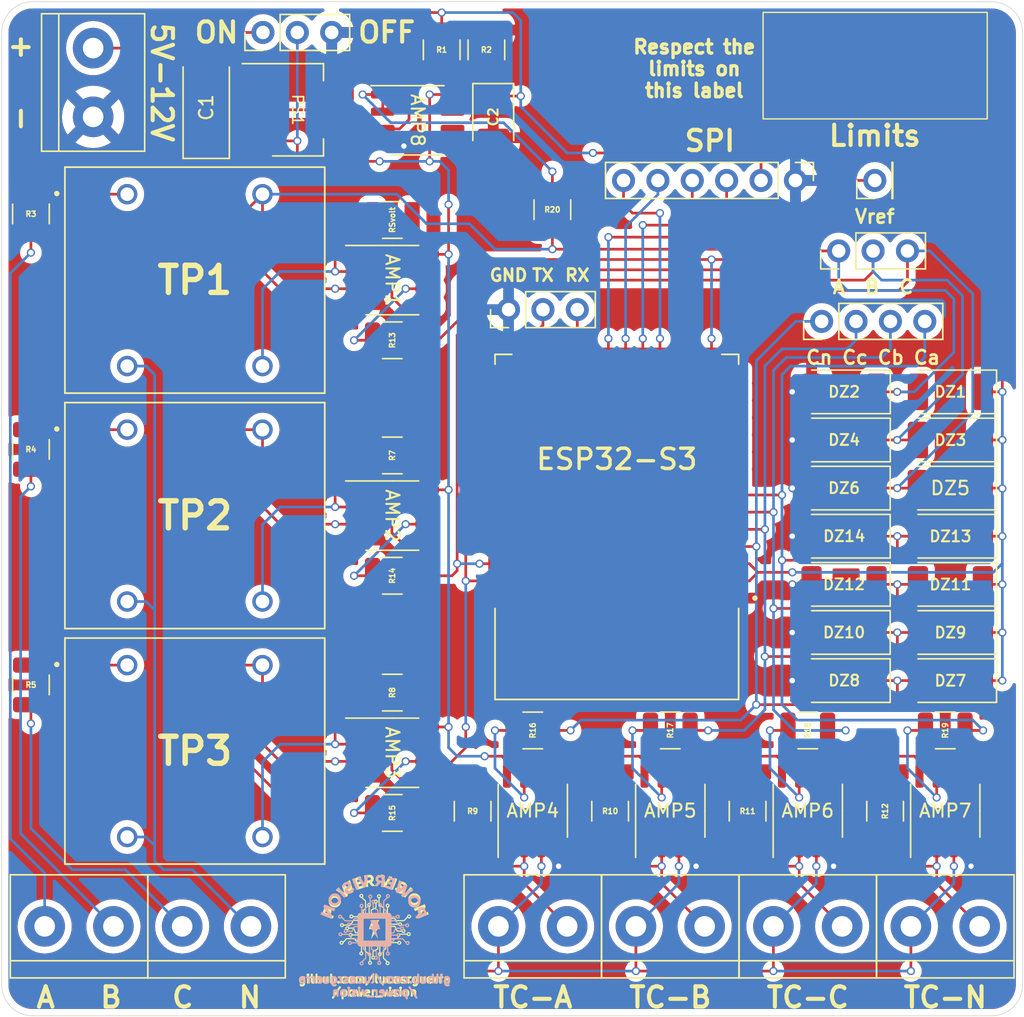
<source format=kicad_pcb>
(kicad_pcb (version 20221018) (generator pcbnew)
  (title_block (title "Power Vision V4.0 PCI") (date "26/06/2024") (rev "1.0") (company "linkedin.com/in/lucasrguerra") (comment 1 "github.com/lucasrguerra/power_vision"))
  (layers (0 "F.Cu" signal) (31 "B.Cu" signal) (34 "B.Paste" user) (35 "F.Paste" user) (36 "B.SilkS" user "B.Silkscreen") (37 "F.SilkS" user "F.Silkscreen") (38 "B.Mask" user) (39 "F.Mask" user) (44 "Edge.Cuts" user))
  (net 0 "")
  (net 1 "Line B")
  (net 2 "Line A")
  (net 3 "Neutral")
  (net 4 "Line C")
  (net 5 "Net-(R3-Pad1)")
  (net 6 "Net-(R4-Pad1)")
  (net 7 "Net-(R5-Pad1)")
  (net 8 "Vcc")
  (net 9 "GND")
  (net 10 "Current A")
  (net 11 "Current B")
  (net 12 "Current C")
  (net 13 "Current N")
  (net 14 "TC A-2")
  (net 15 "TC A-1")
  (net 16 "TP A-1")
  (net 17 "TP C-1")
  (net 18 "TP B-1")
  (net 19 "V1.65")
  (net 22 "TC B-2")
  (net 24 "Wave A")
  (net 25 "Wave B")
  (net 26 "Wave C")
  (net 27 "CS")
  (net 28 "MOSI")
  (net 44 "CLK")
  (net 46 "MISO")
  (net 50 "TC N-2")
  (net 51 "UART TX")
  (net 52 "UART RX")
  (net 54 "Vin")
  (net 55 "TC C-2")
  (net 56 "Net-(AMP1B-+)")
  (net 57 "Net-(AMP1B--)")
  (net 58 "Net-(AMP2B-+)")
  (net 59 "Net-(AMP2B--)")
  (net 60 "Net-(AMP3B-+)")
  (net 61 "Net-(AMP3B--)")
  (net 62 "Net-(AMP4B-+)")
  (net 63 "Net-(AMP4B--)")
  (net 64 "Net-(AMP5B-+)")
  (net 65 "Net-(AMP5B--)")
  (net 66 "Net-(AMP6B-+)")
  (net 67 "Net-(AMP6B--)")
  (net 68 "Net-(AMP7B-+)")
  (net 69 "Net-(AMP7B--)")
  (net 79 "5V-12V")
  (net 80 "Net-(AMP8A--)")
  (footprint "Package_SO:SO-8_3.9x4.9mm_P1.27mm" (layer "F.Cu") (at 134.7826 101.9556)
    (fp_text reference "AMP3" hide)
    (fp_text value "TL082" hide)
  )
  (footprint "Diode_SMD:D_MELF" (layer "F.Cu") (at 168.1616 85.9536 180)
    (fp_text reference "DZ14" hide)
    (fp_text value "3.3V" hide)
  )
  (footprint "Resistor_SMD:R_1210_3225Metric" (layer "F.Cu") (at 140.7166 106.2736 -90)
    (fp_text reference "R9" hide)
    (fp_text value "Rcurr" hide)
  )
  (footprint "Package_SO:SO-8_3.9x4.9mm_P1.27mm" (layer "F.Cu") (at 136.6526 55.2196)
    (fp_text reference "AMP8" hide)
    (fp_text value "TL082" hide)
  )
  (footprint "Diode_SMD:D_MELF" (layer "F.Cu") (at 168.1666 75.2856 180)
    (fp_text reference "DZ2" hide)
    (fp_text value "3.3V" hide)
  )
  (footprint "SnapEDA Library:XFMR_ZMPT101B" (layer "F.Cu") (at 120.1896 84.4296)
    (fp_text reference "TP2" hide)
    (fp_text value "ZMPT101B" hide)
  )
  (footprint "Resistor_SMD:R_1210_3225Metric" (layer "F.Cu") (at 134.7826 79.9846)
    (fp_text reference "R7" hide)
    (fp_text value "RSvolt" hide)
  )
  (footprint "Resistor_SMD:R_1210_3225Metric" (layer "F.Cu") (at 145.1616 100.3046 180)
    (fp_text reference "R16" hide)
    (fp_text value "50Ω" hide)
  )
  (footprint "SnapEDA Library:XCVR_ESP32-S3-WROOM-2-N32R8V" (layer "F.Cu") (at 151.3716 85.2656 180)
    (fp_text reference "MCU1" hide)
    (fp_text value "ESP32-S3-WROOM-1-N16R8" hide)
  )
  (footprint "Package_SO:SO-8_3.9x4.9mm_P1.27mm" (layer "F.Cu") (at 165.4816 106.2386 90)
    (fp_text reference "AMP6" hide)
    (fp_text value "TL082" hide)
  )
  (footprint "Diode_SMD:D_MELF" (layer "F.Cu") (at 176.0226 85.9536 180)
    (fp_text reference "DZ13" hide)
    (fp_text value "3.3V" hide)
  )
  (footprint "Package_SO:SO-8_3.9x4.9mm_P1.27mm" (layer "F.Cu") (at 145.1616 106.2386 90)
    (fp_text reference "AMP4" hide)
    (fp_text value "TL082" hide)
  )
  (footprint "Resistor_SMD:R_1210_3225Metric" (layer "F.Cu") (at 155.3216 100.3046 180)
    (fp_text reference "R17" hide)
    (fp_text value "50Ω" hide)
  )
  (footprint "Diode_SMD:D_MELF" (layer "F.Cu") (at 168.1616 82.3976 180)
    (fp_text reference "DZ6" hide)
    (fp_text value "3.3V" hide)
  )
  (footprint "Diode_SMD:D_MELF" (layer "F.Cu") (at 176.0096 82.3976 180)
    (fp_text reference "DZ5" hide)
    (fp_text value "3.3V" hide)
  )
  (footprint "SnapEDA Library:XFMR_ZMPT101B" (layer "F.Cu") (at 120.1896 67.0306)
    (fp_text reference "TP1" hide)
    (fp_text value "ZMPT101B" hide)
  )
  (footprint "TerminalBlock:TerminalBlock_bornier-2_P5.08mm" (layer "F.Cu") (at 173.1016 114.7826)
    (fp_text reference "J7" hide)
    (fp_text value "KF301-2P" hide)
  )
  (footprint "Resistor_SMD:R_1210_3225Metric" (layer "F.Cu") (at 108.0776 79.5421 -90)
    (fp_text reference "R4" hide)
    (fp_text value "RPvolt" hide)
  )
  (footprint "SnapEDA Library:XFMR_ZMPT101B" (layer "F.Cu") (at 120.1896 101.8286)
    (fp_text reference "TP3" hide)
    (fp_text value "ZMPT101B" hide)
  )
  (footprint "Connector_PinHeader_2.54mm:PinHeader_1x03_P2.54mm_Vertical" (layer "F.Cu") (at 143.3706 69.2096 90)
    (fp_text reference "P1" hide)
    (fp_text value "Pin Header" hide)
  )
  (footprint "Resistor_SMD:R_1210_3225Metric" (layer "F.Cu") (at 141.7326 50.0126 90)
    (fp_text reference "R2" hide)
    (fp_text value "10kΩ" hide)
  )
  (footprint "Resistor_SMD:R_1210_3225Metric" (layer "F.Cu") (at 165.4816 100.3046 180)
    (fp_text reference "R18" hide)
    (fp_text value "50Ω" hide)
  )
  (footprint "Resistor_SMD:R_1210_3225Metric" (layer "F.Cu") (at 161.0366 106.2736 -90)
    (fp_text reference "R11" hide)
    (fp_text value "Rcurr" hide)
  )
  (footprint "Diode_SMD:D_MELF" (layer "F.Cu") (at 176.0226 89.5096 180)
    (fp_text reference "DZ11" hide)
    (fp_text value "3.3V" hide)
  )
  (footprint "Connector_PinHeader_2.54mm:PinHeader_1x03_P2.54mm_Vertical" (layer "F.Cu") (at 125.2226 48.7286 90)
    (fp_text reference "SW1" hide)
    (fp_text value "SS-12D00G 4mm" hide)
  )
  (footprint "Resistor_SMD:R_1210_3225Metric" (layer "F.Cu") (at 134.7826 62.5856)
    (fp_text reference "R6" hide)
    (fp_text value "RSvolt" hide)
  )
  (footprint "Diode_SMD:D_MELF" (layer "F.Cu") (at 176.0226 78.8416 180)
    (fp_text reference "DZ3" hide)
    (fp_text value "3.3V" hide)
  )
  (footprint "Resistor_SMD:R_1210_3225Metric" (layer "F.Cu") (at 150.8766 106.2736 -90)
    (fp_text reference "R10" hide)
    (fp_text value "Rcurr" hide)
  )
  (footprint "Resistor_SMD:R_1210_3225Metric" (layer "F.Cu") (at 108.0776 62.1431 -90)
    (fp_text reference "R3" hide)
    (fp_text value "RPvolt" hide)
  )
  (footprint "Resistor_SMD:R_1210_3225Metric" (layer "F.Cu") (at 171.1966 106.2736 -90)
    (fp_text reference "R12" hide)
    (fp_text value "Rcurr" hide)
  )
  (footprint "Diode_SMD:D_MELF" (layer "F.Cu") (at 168.1616 89.5096 180)
    (fp_text reference "DZ12" hide)
    (fp_text value "3.3V" hide)
  )
  (footprint "Capacitor_Tantalum_SMD:CP_EIA-3528-15_AVX-H" (layer "F.Cu") (at 142.2406 54.9656 -90)
    (fp_text reference "C2" hide)
    (fp_text value "10V 100µF" hide)
  )
  (footprint "TerminalBlock:TerminalBlock_bornier-2_P5.08mm" (layer "F.Cu") (at 142.6216 114.7826)
    (fp_text reference "J4" hide)
    (fp_text value "KF301-2P" hide)
  )
  (footprint "TerminalBlock:TerminalBlock_bornier-2_P5.08mm" (layer "F.Cu") (at 109.0936 114.7826)
    (fp_text reference "J3" hide)
    (fp_text value "KF301-2P" hide)
  )
  (footprint "Resistor_SMD:R_1210_3225Metric" (layer "F.Cu") (at 175.6416 100.3046 180)
    (fp_text reference "R19" hide)
    (fp_text value "50Ω" hide)
  )
  (footprint "Connector_PinHeader_2.54mm:PinHeader_1x03_P2.54mm_Vertical" (layer "F.Cu") (at 167.7676 64.8716 90)
    (fp_text reference "P4" hide)
    (fp_text value "Pin Header" hide)
  )
  (footprint "Resistor_SMD:R_1210_3225Metric" (layer "F.Cu") (at 134.7826 106.4006 180)
    (fp_text reference "R15" hide)
    (fp_text value "50Ω" hide)
  )
  (footprint "Diode_SMD:D_MELF" (layer "F.Cu") (at 176.0226 93.0656 180)
    (fp_text reference "DZ9" hide)
    (fp_text value "3.3V" hide)
  )
  (footprint "Diode_SMD:D_MELF" (layer "F.Cu") (at 176.0226 96.6216 180)
    (fp_text reference "DZ7" hide)
    (fp_text value "3.3V" hide)
  )
  (footprint "LOGO" (layer "F.Cu") (at 133.376 114.0968)
    (fp_text reference "G***" hide)
    (fp_text value "LOGO" hide)
  )
  (footprint "TerminalBlock:TerminalBlock_bornier-2_P5.08mm" (layer "F.Cu") (at 162.9416 114.7826)
    (fp_text reference "J6" hide)
    (fp_text value "KF301-2P" hide)
  )
  (footprint "Resistor_SMD:R_1210_3225Metric" (layer "F.Cu") (at 108.0776 96.9411 -90)
    (fp_text reference "R5" hide)
    (fp_text value "RPvolt" hide)
  )
  (footprint "Connector_PinHeader_2.54mm:PinHeader_1x06_P2.54mm_Vertical" (layer "F.Cu") (at 164.5676 59.6646 -90)
    (fp_text reference "P5" hide)
    (fp_text value "Pin Header" hide)
  )
  (footprint "Diode_SMD:D_MELF" (layer "F.Cu") (at 168.1666 78.8416 180)
    (fp_text reference "DZ4" hide)
    (fp_text value "3.3V" hide)
  )
  (footprint "LOGO" (layer "F.Cu") (at 133.527947 114.084204)
    (fp_text reference "G***" hide)
    (fp_text value "LOGO" hide)
  )
  (footprint "Connector_PinHeader_2.54mm:PinHeader_1x04_P2.54mm_Vertical" (layer "F.Cu") (at 166.5076 70.0786 90)
    (fp_text reference "P3" hide)
    (fp_text value "Pin Header" hide)
  )
  (footprint "Resistor_SMD:R_1210_3225Metric" (layer "F.Cu") (at 134.7826 71.4756 180)
    (fp_text reference "R13" hide)
    (fp_text value "50Ω" hide)
  )
  (footprint "Diode_SMD:D_MELF" (layer "F.Cu") (at 176.0226 75.2856 180)
    (fp_text reference "DZ1" hide)
    (fp_text value "3.3V" hide)
  )
  (footprint "Capacitor_Tantalum_SMD:CP_EIA-6032-20_AVX-F" (layer "F.Cu") (at 121.0316 54.2776 90)
    (fp_text reference "C1" hide)
    (fp_text value "25V 47µF" hide)
  )
  (footprint "Resistor_SMD:R_1210_3225Metric" (layer "F.Cu") (at 134.7826 97.5106)
    (fp_text reference "R8" hide)
    (fp_text value "RSvolt" hide)
  )
  (footprint "TerminalBlock:TerminalBlock_bornier-2_P5.08mm" (layer "F.Cu") (at 119.2536 114.7826)
    (fp_text reference "J2" hide)
    (fp_text value "KF301-2P" hide)
  )
  (footprint "Connector_PinHeader_2.54mm:PinHeader_1x01_P2.54mm_Vertical" (layer "F.Cu") (at 170.4346 59.6646 90)
    (fp_text reference "P2" hide)
    (fp_text value "Pin Header" hide)
  )
  (footprint "Package_TO_SOT_SMD:SOT-223-3_TabPin2" (layer "F.Cu") (at 127.7876 54.4436)
    (fp_text reference "PS1" hide)
    (fp_text value "AMS1117-3.3" hide)
  )
  (footprint "Resistor_SMD:R_1210_3225Metric" (layer "F.Cu") (at 134.7826 88.8746 180)
    (fp_text reference "R14" hide)
    (fp_text value "50Ω" hide)
  )
  (footprint "Diode_SMD:D_MELF" (layer "F.Cu") (at 168.1616 96.6216 180)
    (fp_text reference "DZ8" hide)
    (fp_text value "3.3V" hide)
  )
  (footprint "Diode_SMD:D_MELF" (layer "F.Cu") (at 168.1616 93.0656 180)
    (fp_text reference "DZ10" hide)
    (fp_text value "3.3V" hide)
  )
  (footprint "Resistor_SMD:R_1210_3225Metric" (layer "F.Cu") (at 146.6088 61.8236 90)
    (fp_text reference "R20" hide)
    (fp_text value "50Ω" hide)
  )
  (footprint "Package_SO:SO-8_3.9x4.9mm_P1.27mm" (layer "F.Cu") (at 175.6416 106.2386 90)
    (fp_text reference "AMP7" hide)
    (fp_text value "TL082" hide)
  )
  (footprint "Package_SO:SO-8_3.9x4.9mm_P1.27mm" (layer "F.Cu") (at 155.3216 106.2386 90)
    (fp_text reference "AMP5" hide)
    (fp_text value "TL082" hide)
  )
  (footprint "Resistor_SMD:R_1210_3225Metric" (layer "F.Cu") (at 138.4306 50.0126 -90)
    (fp_text reference "R1" hide)
    (fp_text value "10kΩ" hide)
  )
  (footprint "TerminalBlock:TerminalBlock_bornier-2_P5.08mm" (layer "F.Cu") (at 152.7816 114.7826)
    (fp_text reference "J5" hide)
    (fp_text value "KF301-2P" hide)
  )
  (footprint "TerminalBlock:TerminalBlock_bornier-2_P5.08mm" (layer "F.Cu") (at 112.6746 49.8856 -90)
    (fp_text reference "J1" hide)
    (fp_text value "KF301-2P" hide)
  )
  (footprint "Package_SO:SO-8_3.9x4.9mm_P1.27mm" (layer "F.Cu") (at 134.7826 84.4296)
    (fp_text reference "AMP2" hide)
    (fp_text value "TL082" hide)
  )
  (footprint "Package_SO:SO-8_3.9x4.9mm_P1.27mm" (layer "F.Cu") (at 134.7826 67.0306)
    (fp_text reference "AMP1" hide)
    (fp_text value "TL082" hide)
  )
  (gr_rect (start 162.1796 47.244) (end 178.7404 55.118) (stroke (width 0.1)) (fill none) (layer "F.SilkS"))
  (gr_line (start 181.3566 119.1006) (end 181.3566 48.7426) (stroke (width 0.05)) (layer "Edge.Cuts"))
  (gr_arc (start 105.9186 48.7426) (mid 106.588154 47.126154) (end 108.2046 46.4566) (stroke (width 0.05)) (layer "Edge.Cuts"))
  (gr_line (start 105.9186 119.1006) (end 105.9186 48.7426) (stroke (width 0.05)) (layer "Edge.Cuts"))
  (gr_arc (start 108.2046 121.3866) (mid 106.588154 120.717046) (end 105.9186 119.1006) (stroke (width 0.05)) (layer "Edge.Cuts"))
  (gr_line (start 179.0706 46.4566) (end 108.2046 46.4566) (stroke (width 0.05)) (layer "Edge.Cuts"))
  (gr_arc (start 181.3566 119.1006) (mid 180.687046 120.717046) (end 179.0706 121.3866) (stroke (width 0.05)) (layer "Edge.Cuts"))
  (gr_arc (start 179.0706 46.4566) (mid 180.687046 47.126154) (end 181.3566 48.7426) (stroke (width 0.05)) (layer "Edge.Cuts"))
  (gr_line (start 108.2046 121.3866) (end 179.0706 121.3866) (stroke (width 0.05)) (layer "Edge.Cuts"))
  (gr_text "github.com/lucasrguerra\n/power_vision" (at 133.4776 119.9896) (layer "B.SilkS") (effects (font (size 0.6 0.6) (thickness 0.15) bold) (justify bottom mirror)))
  (gr_text "github.com/lucasrguerra\n/power_vision" (at 133.4776 119.9896) (layer "F.SilkS") (effects (font (size 0.6 0.6) (thickness 0.15) bold) (justify bottom)))
  (gr_text "Respect the\nlimits on\nthis label" (at 157.0996 51.4096) (layer "F.SilkS") (effects (font (size 1 1) (thickness 0.25) bold)))
  (gr_text "Limits" (at 170.4346 56.3626) (layer "F.SilkS") (effects (font (size 1.5 1.5) (thickness 0.3) bold)))
  (segment (start 108.0776 82.2706) (end 108.0776 81.0046) (width 0.2) (layer "F.Cu") (net 1))
  (via (at 108.0776 82.2706) (size 0.6) (drill 0.4) (layers "F.Cu" "B.Cu") (net 1))
  (segment (start 108.0776 82.2706) (end 107.3156 83.0326) (width 0.2) (layer "B.Cu") (net 1))
  (segment (start 107.3156 83.0326) (end 107.3156 107.9246) (width 0.2) (layer "B.Cu") (net 1))
  (segment (start 107.3156 107.9246) (end 114.1736 114.7826) (width 0.2) (layer "B.Cu") (net 1))
  (segment (start 108.0776 64.9986) (end 108.0776 63.6056) (width 0.2) (layer "F.Cu") (net 2))
  (via (at 108.0776 64.9986) (size 0.6) (drill 0.4) (layers "F.Cu" "B.Cu") (net 2))
  (segment (start 109.0936 114.7826) (end 109.0936 110.8456) (width 0.2) (layer "B.Cu") (net 2))
  (segment (start 109.0936 110.8456) (end 106.5536 108.3056) (width 0.2) (layer "B.Cu") (net 2))
  (segment (start 106.5536 108.3056) (end 106.5536 66.5226) (width 0.2) (layer "B.Cu") (net 2))
  (segment (start 106.5536 66.5226) (end 108.0776 64.9986) (width 0.2) (layer "B.Cu") (net 2))
  (segment (start 115.1896 108.1786) (end 116.5866 108.1786) (width 0.2) (layer "B.Cu") (net 3))
  (segment (start 116.5866 108.1786) (end 117.2216 108.8136) (width 0.2) (layer "B.Cu") (net 3))
  (segment (start 117.2216 91.4146) (end 117.2216 74.0156) (width 0.2) (layer "B.Cu") (net 3))
  (segment (start 117.8566 110.5916) (end 117.2216 109.9566) (width 0.2) (layer "B.Cu") (net 3))
  (segment (start 116.5866 73.3806) (end 115.1896 73.3806) (width 0.2) (layer "B.Cu") (net 3))
  (segment (start 115.1896 90.7796) (end 116.5866 90.7796) (width 0.2) (layer "B.Cu") (net 3))
  (segment (start 117.2216 109.9566) (end 117.2216 108.8136) (width 0.2) (layer "B.Cu") (net 3))
  (segment (start 116.5866 90.7796) (end 117.2216 91.4146) (width 0.2) (layer "B.Cu") (net 3))
  (segment (start 117.2216 108.8136) (end 117.2216 91.4146) (width 0.2) (layer "B.Cu") (net 3))
  (segment (start 124.3336 114.9096) (end 120.0156 110.5916) (width 0.2) (layer "B.Cu") (net 3))
  (segment (start 117.2216 74.0156) (end 116.5866 73.3806) (width 0.2) (layer "B.Cu") (net 3))
  (segment (start 120.0156 110.5916) (end 117.8566 110.5916) (width 0.2) (layer "B.Cu") (net 3))
  (segment (start 108.0776 99.7966) (end 108.0776 98.4036) (width 0.2) (layer "F.Cu") (net 4))
  (via (at 108.0776 99.7966) (size 0.6) (drill 0.4) (layers "F.Cu" "B.Cu") (net 4))
  (segment (start 111.1256 110.5916) (end 108.0776 107.5436) (width 0.2) (layer "B.Cu") (net 4))
  (segment (start 115.0626 110.5916) (end 111.1256 110.5916) (width 0.2) (layer "B.Cu") (net 4))
  (segment (start 108.0776 107.5436) (end 108.0776 99.7966) (width 0.2) (layer "B.Cu") (net 4))
  (segment (start 119.2536 114.7826) (end 115.0626 110.5916) (width 0.2) (layer "B.Cu") (net 4))
  (segment (start 108.0776 60.6806) (end 115.1896 60.6806) (width 0.2) (layer "F.Cu") (net 5))
  (segment (start 108.0776 78.0796) (end 115.1896 78.0796) (width 0.2) (layer "F.Cu") (net 6))
  (segment (start 108.0776 95.4786) (end 115.1896 95.4786) (width 0.2) (layer "F.Cu") (net 7))
  (segment (start 160.1216 87.9856) (end 161.1636 87.9856) (width 0.2) (layer "F.Cu") (net 8))
  (segment (start 162.0276 58.3696) (end 161.2906 57.6326) (width 0.2) (layer "F.Cu") (net 8))
  (segment (start 130.9376 54.4436) (end 130.9376 51.7906) (width 0.2) (layer "F.Cu") (net 8))
  (segment (start 178.4096 82.3976) (end 179.8326 82.3976) (width 0.2) (layer "F.Cu") (net 8))
  (segment (start 161.1636 87.9856) (end 161.7986 88.6206) (width 0.2) (layer "F.Cu") (net 8))
  (segment (start 135.4716 47.2566) (end 138.4306 47.2566) (width 0.2) (layer "F.Cu") (net 8))
  (segment (start 178.4226 78.8416) (end 179.8586 78.8416) (width 0.2) (layer "F.Cu") (net 8))
  (segment (start 160.1216 89.2556) (end 161.1636 89.2556) (width 0.2) (layer "F.Cu") (net 8))
  (segment (start 149.6066 57.6326) (end 161.2906 57.6326) (width 0.2) (layer "F.Cu") (net 8))
  (segment (start 179.8326 82.3976) (end 179.8586 82.4236) (width 0.2) (layer "F.Cu") (net 8))
  (segment (start 179.8586 96.6216) (end 178.4226 96.6216) (width 0.2) (layer "F.Cu") (net 8))
  (segment (start 144.2726 53.4281) (end 142.2406 53.4281) (width 0.2) (layer "F.Cu") (net 8))
  (segment (start 130.9376 51.7906) (end 135.4716 47.2566) (width 0.2) (layer "F.Cu") (net 8))
  (segment (start 179.8586 85.9536) (end 178.4226 85.9536) (width 0.2) (layer "F.Cu") (net 8))
  (segment (start 138.4306 47.2566) (end 138.4306 48.5501) (width 0.2) (layer "F.Cu") (net 8))
  (segment (start 161.1636 89.2556) (end 161.7986 88.6206) (width 0.2) (layer "F.Cu") (net 8))
  (segment (start 179.8586 65.0246) (end 172.4666 57.6326) (width 0.2) (layer "F.Cu") (net 8))
  (segment (start 179.8586 89.5096) (end 178.4226 89.5096) (width 0.2) (layer "F.Cu") (net 8))
  (segment (start 179.8586 75.2856) (end 178.4226 75.2856) (width 0.2) (layer "F.Cu") (net 8))
  (segment (start 172.4666 57.6326) (end 161.2906 57.6326) (width 0.2) (layer "F.Cu") (net 8))
  (segment (start 179.8586 75.2856) (end 179.8586 65.0246) (width 0.2) (layer "F.Cu") (net 8))
  (segment (start 162.0276 59.6646) (end 162.0276 58.3696) (width 0.2) (layer "F.Cu") (net 8))
  (segment (start 179.8586 93.0656) (end 178.4356 93.0656) (width 0.2) (layer "F.Cu") (net 8))
  (segment (start 124.6376 54.4436) (end 130.9376 54.4436) (width 0.2) (layer "F.Cu") (net 8))
  (segment (start 161.7986 88.6206) (end 164.3386 88.6206) (width 0.2) (layer "F.Cu") (net 8))
  (via (at 179.8586 85.9536) (size 0.6) (drill 0.4) (layers "F.Cu" "B.Cu") (net 8))
  (via (at 179.8586 75.2856) (size 0.6) (drill 0.4) (layers "F.Cu" "B.Cu") (net 8))
  (via (at 179.8586 96.6216) (size 0.6) (drill 0.4) (layers "F.Cu" "B.Cu") (net 8))
  (via (at 164.3386 88.6206) (size 0.6) (drill 0.4) (layers "F.Cu" "B.Cu") (net 8))
  (via (at 179.8586 93.0656) (size 0.6) (drill 0.4) (layers "F.Cu" "B.Cu") (net 8))
  (via (at 144.2726 53.4281) (size 0.6) (drill 0.4) (layers "F.Cu" "B.Cu") (net 8))
  (via (at 149.6066 57.6326) (size 0.6) (drill 0.4) (layers "F.Cu" "B.Cu") (net 8))
  (via (at 138.4306 47.2566) (size 0.6) (drill 0.4) (layers "F.Cu" "B.Cu") (net 8))
  (via (at 179.8586 82.4236) (size 0.6) (drill 0.4) (layers "F.Cu" "B.Cu") (net 8))
  (via (at 179.8586 89.5096) (size 0.6) (drill 0.4) (layers "F.Cu" "B.Cu") (net 8))
  (via (at 179.8586 78.8416) (size 0.6) (drill 0.4) (layers "F.Cu" "B.Cu") (net 8))
  (segment (start 179.8586 75.2856) (end 179.8586 78.8416) (width 0.2) (layer "B.Cu") (net 8))
  (segment (start 179.8586 96.6216) (end 179.8586 93.0656) (width 0.2) (layer "B.Cu") (net 8))
  (segment (start 144.2726 54.2036) (end 144.2726 53.4281) (width 0.2) (layer "B.Cu") (net 8))
  (segment (start 179.8586 87.9596) (end 179.8586 85.9536) (width 0.2) (layer "B.Cu") (net 8))
  (segment (start 179.8586 82.4236) (end 179.8586 85.9536) (width 0.2) (layer "B.Cu") (net 8))
  (segment (start 179.8586 78.8416) (end 179.8586 82.4236) (width 0.2) (layer "B.Cu") (net 8))
  (segment (start 143.6756 47.2566) (end 138.4306 47.2566) (width 0.2) (layer "B.Cu") (net 8))
  (segment (start 147.7016 57.6326) (end 149.6066 57.6326) (width 0.2) (layer "B.Cu") (net 8))
  (segment (start 144.2726 53.4281) (end 144.2726 47.8536) (width 0.2) (layer "B.Cu") (net 8))
  (segment (start 144.2726 47.8536) (end 143.6756 47.2566) (width 0.2) (layer "B.Cu") (net 8))
  (segment (start 179.8586 93.0656) (end 179.8586 89.5096) (width 0.2) (layer "B.Cu") (net 8))
  (segment (start 179.8586 89.5096) (end 179.8586 87.9596) (width 0.2) (layer "B.Cu") (net 8))
  (segment (start 147.7016 57.6326) (end 144.2726 54.2036) (width 0.2) (layer "B.Cu") (net 8))
  (segment (start 164.3386 88.6206) (end 179.1976 88.6206) (width 0.2) (layer "B.Cu") (net 8))
  (segment (start 179.1976 88.6206) (end 179.8586 87.9596) (width 0.2) (layer "B.Cu") (net 8))
  (segment (start 147.0666 110.3376) (end 147.0666 108.8136) (width 0.2) (layer "F.Cu") (net 9))
  (segment (start 164.3386 82.3976) (end 165.7616 82.3976) (width 0.2) (layer "F.Cu") (net 9))
  (segment (start 164.3646 89.5096) (end 165.7616 89.5096) (width 0.2) (layer "F.Cu") (net 9))
  (segment (start 160.1216 90.5256) (end 163.3486 90.5256) (width 0.2) (layer "F.Cu") (net 9))
  (segment (start 164.3386 75.2856) (end 165.7666 75.2856) (width 0.2) (layer "F.Cu") (net 9))
  (segment (start 164.3386 78.8416) (end 165.7666 78.8416) (width 0.2) (layer "F.Cu") (net 9))
  (segment (start 164.3386 85.9536) (end 165.7616 85.9536) (width 0.2) (layer "F.Cu") (net 9))
  (segment (start 164.3386 93.0656) (end 165.7616 93.0656) (width 0.2) (layer "F.Cu") (net 9))
  (segment (start 167.3866 110.3376) (end 167.3866 108.8136) (width 0.2) (layer "F.Cu") (net 9))
  (segment (start 134.0776 57.1246) (end 135.6366 57.1246) (width 0.2) (layer "F.Cu") (net 9))
  (segment (start 157.2266 110.3376) (end 157.2266 108.8136) (width 0.2) (layer "F.Cu") (net 9))
  (segment (start 177.5466 110.3376) (end 177.5466 108.8136) (width 0.2) (layer "F.Cu") (net 9))
  (segment (start 163.3486 90.5256) (end 164.3646 89.5096) (width 0.2) (layer "F.Cu") (net 9))
  (segment (start 164.3386 96.6216) (end 165.7616 96.6216) (width 0.2) (layer "F.Cu") (net 9))
  (via (at 164.3386 82.3976) (size 0.6) (drill 0.4) (layers "F.Cu" "B.Cu") (net 9))
  (via (at 177.5466 110.3376) (size 0.6) (drill 0.4) (layers "F.Cu" "B.Cu") (net 9))
  (via (at 164.3386 89.5096) (size 0.6) (drill 0.4) (layers "F.Cu" "B.Cu") (net 9))
  (via (at 157.2266 110.3376) (size 0.6) (drill 0.4) (layers "F.Cu" "B.Cu") (net 9))
  (via (at 164.3386 75.2856) (size 0.6) (drill 0.4) (layers "F.Cu" "B.Cu") (net 9))
  (via (at 164.3386 78.8416) (size 0.6) (drill 0.4) (layers "F.Cu" "B.Cu") (net 9))
  (via (at 164.3386 85.9536) (size 0.6) (drill 0.4) (layers "F.Cu" "B.Cu") (net 9))
  (via (at 147.0666 110.3376) (size 0.6) (drill 0.4) (layers "F.Cu" "B.Cu") (net 9))
  (via (at 164.3386 96.6216) (size 0.6) (drill 0.4) (layers "F.Cu" "B.Cu") (net 9))
  (via (at 164.3386 93.0656) (size 0.6) (drill 0.4) (layers "F.Cu" "B.Cu") (net 9))
  (via (at 167.3866 110.3376) (size 0.6) (drill 0.4) (layers "F.Cu" "B.Cu") (net 9))
  (via (at 135.6366 57.1246) (size 0.6) (drill 0.4) (layers "F.Cu" "B.Cu") (net 9))
  (segment (start 172.0986 96.6216) (end 173.6226 96.6216) (width 0.2) (layer "F.Cu") (net 10))
  (segment (start 146.6241 100.3046) (end 147.9556 100.3046) (width 0.2) (layer "F.Cu") (net 10))
  (segment (start 172.0986 96.6216) (end 170.5616 96.6216) (width 0.2) (layer "F.Cu") (net 10))
  (segment (start 160.1216 86.7156) (end 161.6806 86.7156) (width 0.2) (layer "F.Cu") (net 10))
  (segment (start 172.0986 97.7516) (end 172.0986 96.6216) (width 0.2) (layer "F.Cu") (net 10))
  (segment (start 161.6716 98.3996) (end 171.4506 98.3996) (width 0.2) (layer "F.Cu") (net 10))
  (segment (start 171.4506 98.3996) (end 172.0986 97.7516) (width 0.2) (layer "F.Cu") (net 10))
  (via (at 172.0986 96.6216) (size 0.6) (drill 0.4) (layers "F.Cu" "B.Cu") (net 10))
  (via (at 147.9556 100.3046) (size 0.6) (drill 0.4) (layers "F.Cu" "B.Cu") (net 10))
  (via (at 161.6806 86.7156) (size 0.6) (drill 0.4) (layers "F.Cu" "B.Cu") (net 10))
  (via (at 161.6716 98.3996) (size 0.6) (drill 0.4) (layers "F.Cu" "B.Cu") (net 10))
  (segment (start 161.6806 86.7156) (end 161.6806 72.9906) (width 0.2) (layer "B.Cu") (net 10))
  (segment (start 164.5926 70.0786) (end 166.5076 70.0786) (width 0.2) (layer "B.Cu") (net 10))
  (segment (start 161.6806 86.7156) (end 161.6806 98.3906) (width 0.2) (layer "B.Cu") (net 10))
  (segment (start 161.6806 98.3906) (end 160.5286 99.5426) (width 0.2) (layer "B.Cu") (net 10))
  (segment (start 160.5286 99.5426) (end 148.7176 99.5426) (width 0.2) (layer "B.Cu") (net 10))
  (segment (start 161.6806 72.9906) (end 164.5926 70.0786) (width 0.2) (layer "B.Cu") (net 10))
  (segment (start 148.7176 99.5426) (end 147.9556 100.3046) (width 0.2) (layer "B.Cu") (net 10))
  (segment (start 156.7841 100.3046) (end 158.1156 100.3046) (width 0.2) (layer "F.Cu") (net 11))
  (segment (start 170.5616 93.0656) (end 172.0986 93.0656) (width 0.2) (layer "F.Cu") (net 11))
  (segment (start 162.3066 94.8436) (end 171.4506 94.8436) (width 0.2) (layer "F.Cu") (net 11))
  (segment (start 160.1216 85.4456) (end 162.3156 85.4456) (width 0.2) (layer "F.Cu") (net 11))
  (segment (start 172.0986 93.0656) (end 173.6226 93.0656) (width 0.2) (layer "F.Cu") (net 11))
  (segment (start 171.4506 94.8436) (end 172.0986 94.1956) (width 0.2) (layer "F.Cu") (net 11))
  (segment (start 172.0986 94.1956) (end 172.0986 93.0656) (width 0.2) (layer "F.Cu") (net 11))
  (via (at 162.3156 85.4456) (size 0.6) (drill 0.4) (layers "F.Cu" "B.Cu") (net 11))
  (via (at 172.0986 93.0656) (size 0.6) (drill 0.4) (layers "F.Cu" "B.Cu") (net 11))
  (via (at 162.3066 94.8436) (size 0.6) (drill 0.4) (layers "F.Cu" "B.Cu") (net 11))
  (via (at 158.1156 100.3046) (size 0.6) (drill 0.4) (layers "F.Cu" "B.Cu") (net 11))
  (segment (start 162.3156 85.4456) (end 162.3156 98.7716) (width 0.2) (layer "B.Cu") (net 11))
  (segment (start 162.3156 73.3716) (end 163.5766 72.1106) (width 0.2) (layer "B.Cu") (net 11))
  (segment (start 160.7826 100.3046) (end 158.1156 100.3046) (width 0.2) (layer "B.Cu") (net 11))
  (segment (start 169.0476 71.4656) (end 169.0476 70.0786) (width 0.2) (layer "B.Cu") (net 11))
  (segment (start 168.4026 72.1106) (end 169.0476 71.4656) (width 0.2) (layer "B.Cu") (net 11))
  (segment (start 163.5766 72.1106) (end 168.4026 72.1106) (width 0.2) (layer "B.Cu") (net 11))
  (segment (start 162.3156 98.7716) (end 160.7826 100.3046) (width 0.2) (layer "B.Cu") (net 11))
  (segment (start 162.3156 85.4456) (end 162.3156 73.3716) (width 0.2) (layer "B.Cu") (net 11))
  (segment (start 172.0986 90.6396) (end 172.0986 89.5096) (width 0.2) (layer "F.Cu") (net 12))
  (segment (start 168.2756 100.3046) (end 166.9441 100.3046) (width 0.2) (layer "F.Cu") (net 12))
  (segment (start 171.4506 91.2876) (end 172.0986 90.6396) (width 0.2) (layer "F.Cu") (net 12))
  (segment (start 172.0986 89.5096) (end 173.6226 89.5096) (width 0.2) (layer "F.Cu") (net 12))
  (segment (start 162.9506 91.2876) (end 171.4506 91.2876) (width 0.2) (layer "F.Cu") (net 12))
  (segment (start 172.0986 89.5096) (end 170.5616 89.5096) (width 0.2) (layer "F.Cu") (net 12))
  (segment (start 162.9506 84.1756) (end 160.1216 84.1756) (width 0.2) (layer "F.Cu") (net 12))
  (via (at 172.0986 89.5096) (size 0.6) (drill 0.4) (layers "F.Cu" "B.Cu") (net 12))
  (via (at 168.2756 100.3046) (size 0.6) (drill 0.4) (layers "F.Cu" "B.Cu") (net 12))
  (via (at 162.9506 91.2876) (size 0.6) (drill 0.4) (layers "F.Cu" "B.Cu") (net 12))
  (via (at 162.9506 84.1756) (size 0.6) (drill 0.4) (layers "F.Cu" "B.Cu") (net 12))
  (segment (start 162.9506 84.1756) (end 162.9506 73.6891) (width 0.2) (layer "B.Cu") (net 12))
  (segment (start 162.9506 84.1756) (end 162.9506 98.7896) (width 0.2) (layer "B.Cu") (net 12))
  (segment (start 171.5876 72.1006) (end 171.5876 70.0786) (width 0.2) (layer "B.Cu") (net 12))
  (segment (start 163.8941 72.7456) (end 170.9426 72.7456) (width 0.2) (layer "B.Cu") (net 12))
  (segment (start 162.9506 73.6891) (end 163.8941 72.7456) (width 0.2) (layer "B.Cu") (net 12))
  (segment (start 170.9426 72.7456) (end 171.5876 72.1006) (width 0.2) (layer "B.Cu") (net 12))
  (segment (start 162.9506 98.7896) (end 164.4656 100.3046) (width 0.2) (layer "B.Cu") (net 12))
  (segment (start 164.4656 100.3046) (end 168.2756 100.3046) (width 0.2) (layer "B.Cu") (net 12))
  (segment (start 172.0986 85.9536) (end 173.6226 85.9536) (width 0.2) (layer "F.Cu") (net 13))
  (segment (start 160.1216 82.9056) (end 163.5766 82.9056) (width 0.2) (layer "F.Cu") (net 13))
  (segment (start 172.0986 87.0901) (end 172.0986 85.9536) (width 0.2) (layer "F.Cu") (net 13))
  (segment (start 172.0986 85.9536) (end 170.5616 85.9536) (width 0.2) (layer "F.Cu") (net 13))
  (segment (start 178.4356 100.3046) (end 177.1041 100.3046) (width 0.2) (layer "F.Cu") (net 13))
  (segment (start 171.4571 87.7316) (end 172.0986 87.0901) (width 0.2) (layer "F.Cu") (net 13))
  (segment (start 163.5766 87.7316) (end 171.4571 87.7316) (width 0.2) (layer "F.Cu") (net 13))
  (via (at 178.4356 100.3046) (size 0.6) (drill 0.4) (layers "F.Cu" "B.Cu") (net 13))
  (via (at 163.5766 87.7316) (size 0.6) (drill 0.4) (layers "F.Cu" "B.Cu") (net 13))
  (via (at 163.5766 82.9056) (size 0.6) (drill 0.4) (layers "F.Cu" "B.Cu") (net 13))
  (via (at 172.0986 85.9536) (size 0.6) (drill 0.4) (layers "F.Cu" "B.Cu") (net 13))
  (segment (start 164.7196 99.5426) (end 177.6736 99.5426) (width 0.2) (layer "B.Cu") (net 13))
  (segment (start 174.1276 72.7456) (end 174.1276 70.0786) (width 0.2) (layer "B.Cu") (net 13))
  (segment (start 164.2116 73.3806) (end 173.4926 73.3806) (width 0.2) (layer "B.Cu") (net 13))
  (segment (start 163.5766 74.0156) (end 164.2116 73.3806) (width 0.2) (layer "B.Cu") (net 13))
  (segment (start 177.6736 99.5426) (end 178.4356 100.3046) (width 0.2) (layer "B.Cu") (net 13))
  (segment (start 163.5766 98.3996) (end 164.7196 99.5426) (width 0.2) (layer "B.Cu") (net 13))
  (segment (start 163.5766 82.9316) (end 163.5766 98.3996) (width 0.2) (layer "B.Cu") (net 13))
  (segment (start 163.5766 82.9056) (end 163.5766 74.0156) (width 0.2) (layer "B.Cu") (net 13))
  (segment (start 173.4926 73.3806) (end 174.1276 72.7456) (width 0.2) (layer "B.Cu") (net 13))
  (segment (start 141.2246 110.3376) (end 144.5266 110.3376) (width 0.2) (layer "F.Cu") (net 14))
  (segment (start 140.7166 107.7361) (end 140.7166 109.8296) (width 0.2) (layer "F.Cu") (net 14))
  (segment (start 140.7166 109.8296) (end 141.2246 110.3376) (width 0.2) (layer "F.Cu") (net 14))
  (segment (start 147.7016 114.7826) (end 144.5266 111.6076) (width 0.2) (layer "F.Cu") (net 14))
  (segment (start 144.5266 110.3376) (end 144.5266 108.8136) (width 0.2) (layer "F.Cu") (net 14))
  (segment (start 144.5266 111.6076) (end 144.5266 110.3376) (width 0.2) (layer "F.Cu") (net 14))
  (via (at 144.5266 110.3376) (size 0.6) (drill 0.4) (layers "F.Cu" "B.Cu") (net 14))
  (segment (start 126.4926 85.0646) (end 130.5566 85.0646) (width 0.2) (layer "F.Cu") (net 15))
  (segment (start 152.7816 114.7826) (end 152.7816 118.0846) (width 0.2) (layer "F.Cu") (net 15))
  (segment (start 123.8256 78.0796) (end 123.1906 77.4446) (width 0.2) (layer "F.Cu") (net 15))
  (segment (start 123.1906 94.8436) (end 123.1906 101.8286) (width 0.2) (layer "F.Cu") (net 15))
  (segment (start 146.6088 64.7446) (end 163.7036 64.7446) (width 0.2) (layer "F.Cu") (net 15))
  (segment (start 125.1896 78.0796) (end 125.1896 83.7616) (width 0.2) (layer "F.Cu") (net 15))
  (segment (start 155.9566 110.3376) (end 155.9566 108.8136) (width 0.2) (layer "F.Cu") (net 15))
  (segment (start 176.2766 110.3376) (end 176.2766 108.8136) (width 0.2) (layer "F.Cu") (net 15))
  (segment (start 130.5566 102.5906) (end 132.2076 102.5906) (width 0.2) (layer "F.Cu") (net 15))
  (segment (start 130.5566 67.6656) (end 126.4926 67.6656) (width 0.2) (layer "F.Cu") (net 15))
  (segment (start 125.1896 95.4786) (end 125.1896 101.2876) (width 0.2) (layer "F.Cu") (net 15))
  (segment (start 145.7966 110.3376) (end 145.7966 108.8136) (width 0.2) (layer "F.Cu") (net 15))
  (segment (start 130.5566 85.0646) (end 132.2076 85.0646) (width 0.2) (layer "F.Cu") (net 15))
  (segment (start 125.1896 83.7616) (end 126.4926 85.0646) (width 0.2) (layer "F.Cu") (net 15))
  (segment (start 123.8256 95.4786) (end 125.1896 95.4786) (width 0.2) (layer "F.Cu") (net 15))
  (segment (start 125.1896 60.6806) (end 123.1906 62.6796) (width 0.2) (layer "F.Cu") (net 15))
  (segment (start 123.1906 77.4446) (end 123.1906 94.8436) (width 0.2) (layer "F.Cu") (net 15))
  (segment (start 146.6088 64.7446) (end 146.6088 63.2861) (width 0.2) (layer "F.Cu") (net 15))
  (segment (start 142.6216 114.7826) (end 142.6216 118.0846) (width 0.2) (layer "F.Cu") (net 15))
  (segment (start 123.1906 62.6796) (end 123.1906 77.4446) (width 0.2) (layer "F.Cu") (net 15))
  (segment (start 126.4926 102.5906) (end 130.5566 102.5906) (width 0.2) (layer "F.Cu") (net 15))
  (segment (start 168.7836 59.6646) (end 170.4346 59.6646) (width 0.2) (layer "F.Cu") (net 15))
  (segment (start 163.7036 64.7446) (end 168.7836 59.6646) (width 0.2) (layer "F.Cu") (net 15))
  (segment (start 139.4466 118.0846) (end 142.6216 118.0846) (width 0.2) (layer "F.Cu") (net 15))
  (segment (start 166.1166 110.3376) (end 166.1166 108.8136) (width 0.2) (layer "F.Cu") (net 15))
  (segment (start 173.1016 118.0846) (end 173.1016 114.7826) (width 0.2) (layer "F.Cu") (net 15))
  (segment (start 125.1896 78.0796) (end 123.8256 78.0796) (width 0.2) (layer "F.Cu") (net 15))
  (segment (start 123.1906 101.8286) (end 139.4466 118.0846) (width 0.2) (layer "F.Cu") (net 15))
  (segment (start 123.1906 94.8436) (end 123.8256 95.4786) (width 0.2) (layer "F.Cu") (net 15))
  (segment (start 130.5566 67.6656) (end 132.2076 67.6656) (width 0.2) (layer "F.Cu") (net 15))
  (segment (start 162.9416 114.7826) (end 162.9416 118.0846) (width 0.2) (layer "F.Cu") (net 15))
  (segment (start 125.1896 101.2876) (end 126.4926 102.5906) (width 0.2) (layer "F.Cu") (net 15))
  (segment (start 125.1896 66.3626) (end 125.1896 60.6806) (width 0.2) (layer "F.Cu") (net 15))
  (segment (start 152.7816 118.0846) (end 162.9416 118.0846) (width 0.2) (layer "F.Cu") (net 15))
  (segment (start 126.4926 67.6656) (end 125.1896 66.3626) (width 0.2) (layer "F.Cu") (net 15))
  (via (at 176.2766 110.3376) (size 0.6) (drill 0.4) (layers "F.Cu" "B.Cu") (net 15))
  (via (at 145.7966 110.3376) (size 0.6) (drill 0.4) (layers "F.Cu" "B.Cu") (net 15))
  (via (at 152.7816 118.0846) (size 0.6) (drill 0.4) (layers "F.Cu" "B.Cu") (net 15))
  (via (at 166.1166 110.3376) (size 0.6) (drill 0.4) (layers "F.Cu" "B.Cu") (net 15))
  (via (at 155.9566 110.3376) (size 0.6) (drill 0.4) (layers "F.Cu" "B.Cu") (net 15))
  (via (at 142.6216 118.0846) (size 0.6) (drill 0.4) (layers "F.Cu" "B.Cu") (net 15))
  (via (at 130.5566 85.0646) (size 0.6) (drill 0.4) (layers "F.Cu" "B.Cu") (net 15))
  (via (at 173.1016 118.0846) (size 0.6) (drill 0.4) (layers "F.Cu" "B.Cu") (net 15))
  (via (at 162.9416 118.0846) (size 0.6) (drill 0.4) (layers "F.Cu" "B.Cu") (net 15))
  (via (at 146.6088 64.7446) (size 0.6) (drill 0.4) (layers "F.Cu" "B.Cu") (net 15))
  (via (at 130.5566 102.5906) (size 0.6) (drill 0.4) (layers "F.Cu" "B.Cu") (net 15))
  (via (at 130.5566 67.6656) (size 0.6) (drill 0.4) (layers "F.Cu" "B.Cu") (net 15))
  (segment (start 125.1896 60.6806) (end 135.1286 60.6806) (width 0.2) (layer "B.Cu") (net 15))
  (segment (start 135.1286 60.6806) (end 137.313 62.865) (width 0.2) (layer "B.Cu") (net 15))
  (segment (start 176.2766 111.6076) (end 176.2766 110.3376) (width 0.2) (layer "B.Cu") (net 15))
  (segment (start 142.6216 114.7826) (end 145.7966 111.6076) (width 0.2) (layer "B.Cu") (net 15))
  (segment (start 173.1016 114.7826) (end 176.2766 111.6076) (width 0.2) (layer "B.Cu") (net 15))
  (segment (start 140.4874 62.865) (end 142.367 64.7446) (width 0.2) (layer "B.Cu") (net 15))
  (segment (start 166.1166 111.6076) (end 166.1166 110.3376) (width 0.2) (layer "B.Cu") (net 15))
  (segment (start 137.313 62.865) (end 140.4874 62.865) (width 0.2) (layer "B.Cu") (net 15))
  (segment (start 152.7816 114.7826) (end 155.9566 111.6076) (width 0.2) (layer "B.Cu") (net 15))
  (segment (start 162.9416 118.0846) (end 173.1016 118.0846) (width 0.2) (layer "B.Cu") (net 15))
  (segment (start 142.6216 118.0846) (end 152.7816 118.0846) (width 0.2) (layer "B.Cu") (net 15))
  (segment (start 162.9416 114.7826) (end 166.1166 111.6076) (width 0.2) (layer "B.Cu") (net 15))
  (segment (start 145.7966 111.6076) (end 145.7966 110.3376) (width 0.2) (layer "B.Cu") (net 15))
  (segment (start 142.367 64.7446) (end 146.6088 64.7446) (width 0.2) (layer "B.Cu") (net 15))
  (segment (start 155.9566 111.6076) (end 155.9566 110.3376) (width 0.2) (layer "B.Cu") (net 15))
  (segment (start 130.5566 66.3956) (end 132.2076 66.3956) (width 0.2) (layer "F.Cu") (net 16))
  (segment (start 131.1916 62.5856) (end 133.3201 62.5856) (width 0.2) (layer "F.Cu") (net 16))
  (segment (start 130.5566 63.2206) (end 131.1916 62.5856) (width 0.2) (layer "F.Cu") (net 16))
  (segment (start 130.5566 66.3956) (end 130.5566 63.2206) (width 0.2) (layer "F.Cu") (net 16))
  (via (at 130.5566 66.3956) (size 0.6) (drill 0.4) (layers "F.Cu" "B.Cu") (net 16))
  (segment (start 125.1896 67.6986) (end 126.4926 66.3956) (width 0.2) (layer "B.Cu") (net 16))
  (segment (start 125.1896 73.3806) (end 125.1896 67.6986) (width 0.2) (layer "B.Cu") (net 16))
  (segment (start 126.4926 66.3956) (end 130.5566 66.3956) (width 0.2) (layer "B.Cu") (net 16))
  (segment (start 131.1916 97.5106) (end 133.3201 97.5106) (width 0.2) (layer "F.Cu") (net 17))
  (segment (start 130.5566 101.3206) (end 132.2076 101.3206) (width 0.2) (layer "F.Cu") (net 17))
  (segment (start 130.5566 101.3206) (end 130.5566 98.1456) (width 0.2) (layer "F.Cu") (net 17))
  (segment (start 130.5566 98.1456) (end 131.1916 97.5106) (width 0.2) (layer "F.Cu") (net 17))
  (via (at 130.5566 101.3206) (size 0.6) (drill 0.4) (layers "F.Cu" "B.Cu") (net 17))
  (segment (start 125.1896 102.6236) (end 125.1896 108.1786) (width 0.2) (layer "B.Cu") (net 17))
  (segment (start 130.5566 101.3206) (end 126.4926 101.3206) (width 0.2) (layer "B.Cu") (net 17))
  (segment (start 126.4926 101.3206) (end 125.1896 102.6236) (width 0.2) (layer "B.Cu") (net 17))
  (segment (start 130.5566 83.7946) (end 130.5566 80.6196) (width 0.2) (layer "F.Cu") (net 18))
  (segment (start 130.5566 83.7946) (end 132.2076 83.7946) (width 0.2) (layer "F.Cu") (net 18))
  (segment (start 130.5566 80.6196) (end 131.1916 79.9846) (width 0.2) (layer "F.Cu") (net 18))
  (segment (start 131.1916 79.9846) (end 133.3201 79.9846) (width 0.2) (layer "F.Cu") (net 18))
  (via (at 130.5566 83.7946) (size 0.6) (drill 0.4) (layers "F.Cu" "B.Cu") (net 18))
  (segment (start 125.1896 85.0976) (end 126.4926 83.7946) (width 0.2) (layer "B.Cu") (net 18))
  (segment (start 126.4926 83.7946) (end 130.5566 83.7946) (width 0.2) (layer "B.Cu") (net 18))
  (segment (start 125.1896 90.7796) (end 125.1896 85.0976) (width 0.2) (layer "B.Cu") (net 18))
  (segment (start 136.7141 51.4751) (end 136.0176 52.1716) (width 0.2) (layer "F.Cu") (net 19))
  (segment (start 136.0176 52.1716) (end 136.0176 55.1561) (width 0.2) (layer "F.Cu") (net 19))
  (segment (start 136.0176 55.1561) (end 135.3191 55.8546) (width 0.2) (layer "F.Cu") (net 19))
  (segment (start 138.4306 51.4751) (end 136.7141 51.4751) (width 0.2) (layer "F.Cu") (net 19))
  (segment (start 135.3191 55.8546) (end 134.0776 55.8546) (width 0.2) (layer "F.Cu") (net 19))
  (segment (start 138.4306 51.4751) (end 141.7326 51.4751) (width 0.2) (layer "F.Cu") (net 19))
  (segment (start 151.3846 110.3376) (end 154.6866 110.3376) (width 0.2) (layer "F.Cu") (net 22))
  (segment (start 154.6866 110.3376) (end 154.6866 111.6076) (width 0.2) (layer "F.Cu") (net 22))
  (segment (start 154.6866 111.6076) (end 157.8616 114.7826) (width 0.2) (layer "F.Cu") (net 22))
  (segment (start 150.8766 109.8296) (end 151.3846 110.3376) (width 0.2) (layer "F.Cu") (net 22))
  (segment (start 150.8766 107.7361) (end 150.8766 109.8296) (width 0.2) (layer "F.Cu") (net 22))
  (segment (start 154.6866 110.3376) (end 154.6866 108.8136) (width 0.2) (layer "F.Cu") (net 22))
  (via (at 154.6866 110.3376) (size 0.6) (drill 0.4) (layers "F.Cu" "B.Cu") (net 22))
  (segment (start 172.0856 75.2856) (end 170.5666 75.2856) (width 0.2) (layer "F.Cu") (net 24))
  (segment (start 158.3696 72.7526) (end 158.3566 72.7656) (width 0.2) (layer "F.Cu") (net 24))
  (segment (start 164.2116 65.5066) (end 164.8466 64.8716) (width 0.2) (layer "F.Cu") (net 24))
  (segment (start 138.1766 71.4756) (end 139.7006 69.9516) (width 0.2) (layer "F.Cu") (net 24))
  (segment (start 164.8466 64.8716) (end 167.7676 64.8716) (width 0.2) (layer "F.Cu") (net 24))
  (segment (start 172.0856 75.2856) (end 173.6226 75.2856) (width 0.2) (layer "F.Cu") (net 24))
  (segment (start 158.3696 71.3486) (end 158.3696 72.7526) (width 0.2) (layer "F.Cu") (net 24))
  (segment (start 139.7006 67.2846) (end 141.4786 65.5066) (width 0.2) (layer "F.Cu") (net 24))
  (segment (start 141.4786 65.5066) (end 164.2116 65.5066) (width 0.2) (layer "F.Cu") (net 24))
  (segment (start 136.2451 71.4756) (end 138.1766 71.4756) (width 0.2) (layer "F.Cu") (net 24))
  (segment (start 139.7006 69.9516) (end 139.7006 67.2846) (width 0.2) (layer "F.Cu") (net 24))
  (via (at 172.0856 75.2856) (size 0.6) (drill 0.4) (layers "F.Cu" "B.Cu") (net 24))
  (via (at 158.3696 65.5066) (size 0.6) (drill 0.4) (layers "F.Cu" "B.Cu") (net 24))
  (via (at 158.3696 71.3486) (size 0.6) (drill 0.4) (layers "F.Cu" "B.Cu") (net 24))
  (segment (start 167.7676 67.1576) (end 167.7676 64.8716) (width 0.2) (layer "B.Cu") (net 24))
  (segment (start 176.2766 68.4276) (end 175.6416 67.7926) (width 0.2) (layer "B.Cu") (net 24))
  (segment (start 158.3696 65.5066) (end 158.3696 71.3486) (width 0.2) (layer "B.Cu") (net 24))
  (segment (start 176.2766 72.3646) (end 176.2766 68.4276) (width 0.2) (layer "B.Cu") (net 24))
  (segment (start 172.0856 75.2856) (end 173.3556 75.2856) (width 0.2) (layer "B.Cu") (net 24))
  (segment (start 173.3556 75.2856) (end 176.2766 72.3646) (width 0.2) (layer "B.Cu") (net 24))
  (segment (start 168.4026 67.7926) (end 167.7676 67.1576) (width 0.2) (layer "B.Cu") (net 24))
  (segment (start 175.6416 67.7926) (end 168.4026 67.7926) (width 0.2) (layer "B.Cu") (net 24))
  (segment (start 140.3356 70.3326) (end 140.3356 67.5386) (width 0.2) (layer "F.Cu") (net 25))
  (segment (start 141.6056 66.2686) (end 164.1481 66.2686) (width 0.2) (layer "F.Cu") (net 25))
  (segment (start 172.0856 78.8416) (end 170.5666 78.8416) (width 0.2) (layer "F.Cu") (net 25))
  (segment (start 139.5736 88.4936) (end 139.5736 71.0946) (width 0.2) (layer "F.Cu") (net 25))
  (segment (start 172.0856 78.8416) (end 173.6226 78.8416) (width 0.2) (layer "F.Cu") (net 25))
  (segment (start 140.3356 67.5386) (end 141.6056 66.2686) (width 0.2) (layer "F.Cu") (net 25))
  (segment (start 139.1926 88.8746) (end 139.5736 88.4936) (width 0.2) (layer "F.Cu") (net 25))
  (segment (start 170.3076 66.3956) (end 170.3076 64.8716) (width 0.2) (layer "F.Cu") (net 25))
  (segment (start 139.5736 71.0946) (end 140.3356 70.3326) (width 0.2) (layer "F.Cu") (net 25))
  (segment (start 136.2451 88.8746) (end 139.1926 88.8746) (width 0.2) (layer "F.Cu") (net 25))
  (segment (start 164.1481 66.2686) (end 164.9101 67.0306) (width 0.2) (layer "F.Cu") (net 25))
  (segment (start 164.9101 67.0306) (end 169.6726 67.0306) (width 0.2) (layer "F.Cu") (net 25))
  (segment (start 141.2246 87.9856) (end 142.6216 87.9856) (width 0.2) (layer "F.Cu") (net 25))
  (segment (start 169.6726 67.0306) (end 170.3076 66.3956) (width 0.2) (layer "F.Cu") (net 25))
  (via (at 139.5736 87.9856) (size 0.6) (drill 0.4) (layers "F.Cu" "B.Cu") (net 25))
  (via (at 141.2246 87.9856) (size 0.6) (drill 0.4) (layers "F.Cu" "B.Cu") (net 25))
  (via (at 172.0856 78.8416) (size 0.6) (drill 0.4) (layers "F.Cu" "B.Cu") (net 25))
  (segment (start 139.5736 87.9856) (end 141.2246 87.9856) (width 0.2) (layer "B.Cu") (net 25))
  (segment (start 175.7686 67.0306) (end 170.9426 67.0306) (width 0.2) (layer "B.Cu") (net 25))
  (segment (start 172.0856 78.8416) (end 176.9116 74.0156) (width 0.2) (layer "B.Cu") (net 25))
  (segment (start 170.9426 67.0306) (end 170.3076 66.3956) (width 0.2) (layer "B.Cu") (net 25))
  (segment (start 176.9116 74.0156) (end 176.9116 68.1736) (width 0.2) (layer "B.Cu") (net 25))
  (segment (start 176.9116 68.1736) (end 175.7686 67.0306) (width 0.2) (layer "B.Cu") (net 25))
  (segment (start 170.3076 66.3956) (end 170.3076 64.8716) (width 0.2) (layer "B.Cu") (net 25))
  (segment (start 140.9706 70.7136) (end 140.9706 67.7926) (width 0.2) (layer "F.Cu") (net 26))
  (segment (start 163.7036 67.0306) (end 164.4656 67.7926) (width 0.2) (layer "F.Cu") (net 26))
  (segment (start 140.2086 89.2556) (end 142.6216 89.2556) (width 0.2) (layer "F.Cu") (net 26))
  (segment (start 140.2086 89.2556) (end 140.2086 71.4756) (width 0.2) (layer "F.Cu") (net 26))
  (segment (start 172.2126 67.7926) (end 172.8476 67.1576) (width 0.2) (layer "F.Cu") (net 26))
  (segment (start 172.8476 67.1576) (end 172.8476 64.8716) (width 0.2) (layer "F.Cu") (net 26))
  (segment (start 141.7326 67.0306) (end 163.7036 67.0306) (width 0.2) (layer "F.Cu") (net 26))
  (segment (start 140.2086 71.4756) (end 140.9706 70.7136) (width 0.2) (layer "F.Cu") (net 26))
  (segment (start 164.4656 67.7926) (end 172.2126 67.7926) (width 0.2) (layer "F.Cu") (net 26))
  (segment (start 140.2086 100.0506) (end 140.2086 101.5746) (width 0.2) (layer "F.Cu") (net 26))
  (segment (start 172.0921 82.3976) (end 173.6356 82.3976) (width 0.2) (layer "F.Cu") (net 26))
  (segment (start 138.8116 102.9716) (end 138.8116 105.7656) (width 0.2) (layer "F.Cu") (net 26))
  (segment (start 140.9706 67.7926) (end 141.7326 67.0306) (width 0.2) (layer "F.Cu") (net 26))
  (segment (start 172.0921 82.3976) (end 170.5616 82.3976) (width 0.2) (layer "F.Cu") (net 26))
  (segment (start 140.2086 101.5746) (end 138.8116 102.9716) (width 0.2) (layer "F.Cu") (net 26))
  (segment (start 138.8116 105.7656) (end 138.1766 106.4006) (width 0.2) (layer "F.Cu") (net 26))
  (segment (start 138.1766 106.4006) (end 136.2451 106.4006) (width 0.2) (layer "F.Cu") (net 26))
  (via (at 140.2086 100.0506) (size 0.6) (drill 0.4) (layers "F.Cu" "B.Cu") (net 26))
  (via (at 172.0921 82.3976) (size 0.6) (drill 0.4) (layers "F.Cu" "B.Cu") (net 26))
  (via (at 140.2086 89.2556) (size 0.6) (drill 0.4) (layers "F.Cu" "B.Cu") (net 26))
  (segment (start 174.4986 64.8716) (end 172.8476 64.8716) (width 0.2) (layer "B.Cu") (net 26))
  (segment (start 177.6736 68.0466) (end 174.4986 64.8716) (width 0.2) (layer "B.Cu") (net 26))
  (segment (start 140.2086 89.2556) (end 140.2086 100.0506) (width 0.2) (layer "B.Cu") (net 26))
  (segment (start 177.6736 76.8161) (end 177.6736 68.0466) (width 0.2) (layer "B.Cu") (net 26))
  (segment (start 172.0921 82.3976) (end 177.6736 76.8161) (width 0.2) (layer "B.Cu") (net 26))
  (segment (start 154.5596 71.3486) (end 154.5596 72.7526) (width 0.2) (layer "F.Cu") (net 27))
  (segment (start 151.8676 61.4176) (end 151.8676 59.6646) (width 0.2) (layer "F.Cu") (net 27))
  (segment (start 154.5596 72.7526) (end 154.5466 72.7656) (width 0.2) (layer "F.Cu") (net 27))
  (segment (start 154.5596 62.0776) (end 152.5276 62.0776) (width 0.2) (layer "F.Cu") (net 27))
  (segment (start 152.5276 62.0776) (end 151.8676 61.4176) (width 0.2) (layer "F.Cu") (net 27))
  (via (at 154.5596 62.0776) (size 0.6) (drill 0.4) (layers "F.Cu" "B.Cu") (net 27))
  (via (at 154.5596 71.3486) (size 0.6) (drill 0.4) (layers "F.Cu" "B.Cu") (net 27))
  (segment (start 154.5596 62.0776) (end 154.5596 71.3486) (width 0.2) (layer "B.Cu") (net 27))
  (segment (start 156.9476 62.3566) (end 156.9476 59.6646) (width 0.2) (layer "F.Cu") (net 28))
  (segment (start 156.3376 62.9666) (end 156.9476 62.3566) (width 0.2) (layer "F.Cu") (net 28))
  (segment (start 153.2896 72.7526) (end 153.2766 72.7656) (width 0.2) (layer "F.Cu") (net 28))
  (segment (start 153.2896 62.9666) (end 156.3376 62.9666) (width 0.2) (layer "F.Cu") (net 28))
  (segment (start 153.2896 71.3486) (end 153.2896 72.7526) (width 0.2) (layer "F.Cu") (net 28))
  (via (at 153.2896 71.3486) (size 0.6) (drill 0.4) (layers "F.Cu" "B.Cu") (net 28))
  (via (at 153.2896 62.9666) (size 0.6) (drill 0.4) (layers "F.Cu" "B.Cu") (net 28))
  (segment (start 153.2896 62.9666) (end 153.2896 71.3486) (width 0.2) (layer "B.Cu") (net 28))
  (segment (start 152.0196 72.7526) (end 152.0066 72.7656) (width 0.2) (layer "F.Cu") (net 44))
  (segment (start 152.0196 71.3486) (end 152.0196 72.7526) (width 0.2) (layer "F.Cu") (net 44))
  (via (at 152.0196 71.3486) (size 0.6) (drill 0.4) (layers "F.Cu" "B.Cu") (net 44))
  (segment (start 154.4076 60.7056) (end 154.4076 59.6646) (width 0.2) (layer "B.Cu") (net 44))
  (segment (start 152.0196 71.3486) (end 152.0196 63.0936) (width 0.2) (layer "B.Cu") (net 44))
  (segment (start 152.0196 63.0936) (end 154.4076 60.7056) (width 0.2) (layer "B.Cu") (net 44))
  (segment (start 158.8651 63.8556) (end 159.4876 63.2331) (width 0.2) (layer "F.Cu") (net 46))
  (segment (start 150.7496 72.7526) (end 150.7366 72.7656) (width 0.2) (layer "F.Cu") (net 46))
  (segment (start 159.4876 63.2331) (end 159.4876 59.6646) (width 0.2) (layer "F.Cu") (net 46))
  (segment (start 150.7496 63.8556) (end 158.8651 63.8556) (width 0.2) (layer "F.Cu") (net 46))
  (segment (start 150.7496 71.3486) (end 150.7496 72.7526) (width 0.2) (layer "F.Cu") (net 46))
  (via (at 150.7496 71.3486) (size 0.6) (drill 0.4) (layers "F.Cu" "B.Cu") (net 46))
  (via (at 150.7496 63.8556) (size 0.6) (drill 0.4) (layers "F.Cu" "B.Cu") (net 46))
  (segment (start 150.7496 63.8556) (end 150.7496 71.3486) (width 0.2) (layer "B.Cu") (net 46))
  (segment (start 175.0066 110.3376) (end 175.0066 108.8136) (width 0.2) (layer "F.Cu") (net 50))
  (segment (start 171.1966 107.7361) (end 171.1966 109.8296) (width 0.2) (layer "F.Cu") (net 50))
  (segment (start 175.0066 111.6076) (end 178.1816 114.7826) (width 0.2) (layer "F.Cu") (net 50))
  (segment (start 171.1966 109.8296) (end 171.7046 110.3376) (width 0.2) (layer "F.Cu") (net 50))
  (segment (start 171.7046 110.3376) (end 175.0066 110.3376) (width 0.2) (layer "F.Cu") (net 50))
  (segment (start 175.0066 110.3376) (end 175.0066 111.6076) (width 0.2) (layer "F.Cu") (net 50))
  (via (at 175.0066 110.3376) (size 0.6) (drill 0.4) (layers "F.Cu" "B.Cu") (net 50))
  (segment (start 140.8306 71.8766) (end 141.7196 70.9876) (width 0.2) (layer "F.Cu") (net 51))
  (segment (start 145.2756 70.9876) (end 145.9106 70.3526) (width 0.2) (layer "F.Cu") (net 51))
  (segment (start 141.7196 70.9876) (end 145.2756 70.9876) (width 0.2) (layer "F.Cu") (net 51))
  (segment (start 140.8306 86.0806) (end 140.8306 71.8766) (width 0.2) (layer "F.Cu") (net 51))
  (segment (start 142.6216 86.7156) (end 141.4656 86.7156) (width 0.2) (layer "F.Cu") (net 51))
  (segment (start 141.4656 86.7156) (end 140.8306 86.0806) (width 0.2) (layer "F.Cu") (net 51))
  (segment (start 145.9106 70.3526) (end 145.9106 69.2096) (width 0.2) (layer "F.Cu") (net 51))
  (segment (start 141.9736 71.4956) (end 147.8156 71.4956) (width 0.2) (layer "F.Cu") (net 52))
  (segment (start 141.9536 85.4456) (end 141.3386 84.8306) (width 0.2) (layer "F.Cu") (net 52))
  (segment (start 147.8156 71.4956) (end 148.4506 70.8606) (width 0.2) (layer "F.Cu") (net 52))
  (segment (start 141.3386 72.1306) (end 141.9736 71.4956) (width 0.2) (layer "F.Cu") (net 52))
  (segment (start 141.3386 84.8306) (end 141.3386 72.1306) (width 0.2) (layer "F.Cu") (net 52))
  (segment (start 148.4506 70.8606) (end 148.4506 69.2096) (width 0.2) (layer "F.Cu") (net 52))
  (segment (start 142.6216 85.4456) (end 141.9536 85.4456) (width 0.2) (layer "F.Cu") (net 52))
  (segment (start 139.2276 53.3146) (end 137.5416 53.3146) (width 0.2) (layer "F.Cu") (net 54))
  (segment (start 137.5416 53.3146) (end 137.5416 58.2536) (width 0.2) (layer "F.Cu") (net 54))
  (segment (start 173.7366 102.5906) (end 173.7366 103.6636) (width 0.2) (layer "F.Cu") (net 54))
  (segment (start 143.2566 102.5906) (end 142.8756 102.2096) (width 0.2) (layer "F.Cu") (net 54))
  (segment (start 173.3556 102.2096) (end 173.7366 102.5906) (width 0.2) (layer "F.Cu") (net 54))
  (segment (start 127.7626 57.6186) (end 127.7626 56.7436) (width 0.2) (layer "F.Cu") (net 54))
  (segment (start 163.5766 103.6636) (end 163.5766 102.5906) (width 0.2) (layer "F.Cu") (net 54))
  (segment (start 133.8446 58.2536) (end 128.3976 58.2536) (width 0.2) (layer "F.Cu") (net 54))
  (segment (start 137.3576 82.5246) (end 138.9386 82.5246) (width 0.2) (layer "F.Cu") (net 54))
  (segment (start 138.9386 61.4426) (end 138.9386 65.1256) (width 0.2) (layer "F.Cu") (net 54))
  (segment (start 128.3976 58.2536) (end 127.7626 57.6186) (width 0.2) (layer "F.Cu") (net 54))
  (segment (start 121.0316 56.7401) (end 124.6341 56.7401) (width 0.2) (layer "F.Cu") (net 54))
  (segment (start 163.1956 102.2096) (end 173.3556 102.2096) (width 0.2) (layer "F.Cu") (net 54))
  (segment (start 141.6056 102.2096) (end 142.8756 102.2096) (width 0.2) (layer "F.Cu") (net 54))
  (segment (start 142.8756 102.2096) (end 153.0356 102.2096) (width 0.2) (layer "F.Cu") (net 54))
  (segment (start 153.0356 102.2096) (end 163.1956 102.2096) (width 0.2) (layer "F.Cu") (net 54))
  (segment (start 153.4166 102.5906) (end 153.0356 102.2096) (width 0.2) (layer "F.Cu") (net 54))
  (segment (start 124.6341 56.7401) (end 124.6376 56.7436) (width 0.2) (layer "F.Cu") (net 54))
  (segment (start 163.5766 102.5906) (end 163.1956 102.2096) (width 0.2) (layer "F.Cu") (net 54))
  (segment (start 124.6376 56.7436) (end 127.7626 56.7436) (width 0.2) (layer "F.Cu") (net 54))
  (segment (start 143.2566 103.6636) (end 143.2566 102.5906) (width 0.2) (layer "F.Cu") (net 54))
  (segment (start 137.3576 65.1256) (end 138.9386 65.1256) (width 0.2) (layer "F.Cu") (net 54))
  (segment (start 137.3576 100.0506) (end 138.9386 100.0506) (width 0.2) (layer "F.Cu") (net 54))
  (segment (start 153.4166 103.6636) (end 153.4166 102.5906) (width 0.2) (layer "F.Cu") (net 54))
  (via (at 137.5416 58.2536) (size 0.6) (drill 0.4) (layers "F.Cu" "B.Cu") (net 54))
  (via (at 138.9386 65.1256) (size 0.6) (drill 0.4) (layers "F.Cu" "B.Cu") (net 54))
  (via (at 137.5416 53.3146) (size 0.6) (drill 0.4) (layers "F.Cu" "B.Cu") (net 54))
  (via (at 141.6056 102.2096) (size 0.6) (drill 0.4) (layers "F.Cu" "B.Cu") (net 54))
  (via (at 138.9386 61.4426) (size 0.6) (drill 0.4) (layers "F.Cu" "B.Cu") (net 54))
  (via (at 138.9386 82.5246) (size 0.6) (drill 0.4) (layers "F.Cu" "B.Cu") (net 54))
  (via (at 133.8446 58.2536) (size 0.6) (drill 0.4) (layers "F.Cu" "B.Cu") (net 54))
  (via (at 138.9386 100.0506) (size 0.6) (drill 0.4) (layers "F.Cu" "B.Cu") (net 54))
  (via (at 127.7626 56.7436) (size 0.6) (drill 0.4) (layers "F.Cu" "B.Cu") (net 54))
  (segment (start 127.7626 48.7286) (end 127.7626 56.7436) (width 0.2) (layer "B.Cu") (net 54))
  (segment (start 137.5416 58.2536) (end 138.2896 58.2536) (width 0.2) (layer "B.Cu") (net 54))
  (segment (start 138.9386 65.1256) (end 138.9386 82.5246) (width 0.2) (layer "B.Cu") (net 54))
  (segment (start 138.2896 58.2536) (end 138.9386 58.9026) (width 0.2) (layer "B.Cu") (net 54))
  (segment (start 138.9386 58.9026) (end 138.9386 61.4426) (width 0.2) (layer "B.Cu") (net 54))
  (segment (start 138.9386 82.5246) (end 138.9386 100.0506) (width 0.2) (layer "B.Cu") (net 54))
  (segment (start 138.9386 101.5746) (end 139.5736 102.2096) (width 0.2) (layer "B.Cu") (net 54))
  (segment (start 138.9386 100.0506) (end 138.9386 101.5746) (width 0.2) (layer "B.Cu") (net 54))
  (segment (start 139.5736 102.2096) (end 141.6056 102.2096) (width 0.2) (layer "B.Cu") (net 54))
  (segment (start 133.8446 58.2536) (end 137.5416 58.2536) (width 0.2) (layer "B.Cu") (net 54))
  (segment (start 161.0366 109.8296) (end 161.5446 110.3376) (width 0.2) (layer "F.Cu") (net 55))
  (segment (start 161.0366 107.7361) (end 161.0366 109.8296) (width 0.2) (layer "F.Cu") (net 55))
  (segment (start 161.5446 110.3376) (end 164.8466 110.3376) (width 0.2) (layer "F.Cu") (net 55))
  (segment (start 164.8466 110.3376) (end 164.8466 108.8136) (width 0.2) (layer "F.Cu") (net 55))
  (segment (start 164.8466 111.6076) (end 168.0216 114.7826) (width 0.2) (layer "F.Cu") (net 55))
  (segment (start 164.8466 110.3376) (end 164.8466 111.6076) (width 0.2) (layer "F.Cu") (net 55))
  (via (at 164.8466 110.3376) (size 0.6) (drill 0.4) (layers "F.Cu" "B.Cu") (net 55))
  (segment (start 134.7476 68.3006) (end 135.3826 68.9356) (width 0.2) (layer "F.Cu") (net 56))
  (segment (start 134.7476 65.7606) (end 134.7476 68.3006) (width 0.2) (layer "F.Cu") (net 56))
  (segment (start 136.2451 62.5856) (end 136.2451 64.2631) (width 0.2) (layer "F.Cu") (net 56))
  (segment (start 134.1126 65.1256) (end 134.7476 65.7606) (width 0.2) (layer "F.Cu") (net 56))
  (segment (start 136.2451 64.2631) (end 134.7476 65.7606) (width 0.2) (layer "F.Cu") (net 56))
  (segment (start 135.3826 68.9356) (end 137.3576 68.9356) (width 0.2) (layer "F.Cu") (net 56))
  (segment (start 132.2076 65.1256) (end 134.1126 65.1256) (width 0.2) (layer "F.Cu") (net 56))
  (segment (start 135.7636 67.6656) (end 137.3576 67.6656) (width 0.2) (layer "F.Cu") (net 57))
  (segment (start 131.9536 71.4756) (end 133.3201 71.4756) (width 0.2) (layer "F.Cu") (net 57))
  (segment (start 137.3576 66.3956) (end 137.3576 67.6656) (width 0.2) (layer "F.Cu") (net 57))
  (via (at 135.7636 67.6656) (size 0.6) (drill 0.4) (layers "F.Cu" "B.Cu") (net 57))
  (via (at 131.9536 71.4756) (size 0.6) (drill 0.4) (layers "F.Cu" "B.Cu") (net 57))
  (segment (start 135.7636 67.6656) (end 131.9536 71.4756) (width 0.2) (layer "B.Cu") (net 57))
  (segment (start 134.7476 83.1596) (end 134.7476 85.6996) (width 0.2) (layer "F.Cu") (net 58))
  (segment (start 136.2451 79.9846) (end 136.2451 81.6621) (width 0.2) (layer "F.Cu") (net 58))
  (segment (start 134.7476 85.6996) (end 135.3826 86.3346) (width 0.2) (layer "F.Cu") (net 58))
  (segment (start 136.2451 81.6621) (end 134.7476 83.1596) (width 0.2) (layer "F.Cu") (net 58))
  (segment (start 132.2076 82.5246) (end 134.1126 82.5246) (width 0.2) (layer "F.Cu") (net 58))
  (segment (start 134.1126 82.5246) (end 134.7476 83.1596) (width 0.2) (layer "F.Cu") (net 58))
  (segment (start 135.3826 86.3346) (end 137.3576 86.3346) (width 0.2) (layer "F.Cu") (net 58))
  (segment (start 135.7636 85.0646) (end 137.3576 85.0646) (width 0.2) (layer "F.Cu") (net 59))
  (segment (start 137.3576 83.7946) (end 137.3576 85.0646) (width 0.2) (layer "F.Cu") (net 59))
  (segment (start 131.9536 88.8746) (end 133.3201 88.8746) (width 0.2) (layer "F.Cu") (net 59))
  (via (at 131.9536 88.8746) (size 0.6) (drill 0.4) (layers "F.Cu" "B.Cu") (net 59))
  (via (at 135.7636 85.0646) (size 0.6) (drill 0.4) (layers "F.Cu" "B.Cu") (net 59))
  (segment (start 131.9536 88.8746) (end 135.7636 85.0646) (width 0.2) (layer "B.Cu") (net 59))
  (segment (start 136.2451 99.1881) (end 134.7476 100.6856) (width 0.2) (layer "F.Cu") (net 60))
  (segment (start 132.2076 100.0506) (end 134.1126 100.0506) (width 0.2) (layer "F.Cu") (net 60))
  (segment (start 134.1126 100.0506) (end 134.7476 100.6856) (width 0.2) (layer "F.Cu") (net 60))
  (segment (start 136.2451 97.5106) (end 136.2451 99.1881) (width 0.2) (layer "F.Cu") (net 60))
  (segment (start 134.7476 100.6856) (end 134.7476 103.2256) (width 0.2) (layer "F.Cu") (net 60))
  (segment (start 135.3826 103.8606) (end 137.3576 103.8606) (width 0.2) (layer "F.Cu") (net 60))
  (segment (start 134.7476 103.2256) (end 135.3826 103.8606) (width 0.2) (layer "F.Cu") (net 60))
  (segment (start 137.3576 102.5906) (end 137.3576 101.3206) (width 0.2) (layer "F.Cu") (net 61))
  (segment (start 131.9536 106.4006) (end 133.3201 106.4006) (width 0.2) (layer "F.Cu") (net 61))
  (segment (start 135.7636 102.5906) (end 137.3576 102.5906) (width 0.2) (layer "F.Cu") (net 61))
  (via (at 135.7636 102.5906) (size 0.6) (drill 0.4) (layers "F.Cu" "B.Cu") (net 61))
  (via (at 131.9536 106.4006) (size 0.6) (drill 0.4) (layers "F.Cu" "B.Cu") (net 61))
  (segment (start 135.7636 102.5906) (end 131.9536 106.4006) (width 0.2) (layer "B.Cu") (net 61))
  (segment (start 143.6376 106.1466) (end 146.6856 106.1466) (width 0.2) (layer "F.Cu") (net 62))
  (segment (start 147.0666 105.7656) (end 147.0666 103.6636) (width 0.2) (layer "F.Cu") (net 62))
  (segment (start 142.3021 104.8111) (end 143.6376 106.1466) (width 0.2) (layer "F.Cu") (net 62))
  (segment (start 140.7166 104.8111) (end 142.3021 104.8111) (width 0.2) (layer "F.Cu") (net 62))
  (segment (start 146.6856 106.1466) (end 147.0666 105.7656) (width 0.2) (layer "F.Cu") (net 62))
  (segment (start 143.2566 106.5276) (end 143.6376 106.1466) (width 0.2) (layer "F.Cu") (net 62))
  (segment (start 143.2566 108.8136) (end 143.2566 106.5276) (width 0.2) (layer "F.Cu") (net 62))
  (segment (start 142.3676 100.3046) (end 143.6991 100.3046) (width 0.2) (layer "F.Cu") (net 63))
  (segment (start 145.7966 103.6636) (end 144.5266 103.6636) (width 0.2) (layer "F.Cu") (net 63))
  (segment (start 144.5266 103.6636) (end 144.5266 105.2576) (width 0.2) (layer "F.Cu") (net 63))
  (via (at 144.5266 105.2576) (size 0.6) (drill 0.4) (layers "F.Cu" "B.Cu") (net 63))
  (via (at 142.3676 100.3046) (size 0.6) (drill 0.4) (layers "F.Cu" "B.Cu") (net 63))
  (segment (start 142.3676 103.0986) (end 144.5266 105.2576) (width 0.2) (layer "B.Cu") (net 63))
  (segment (start 142.3676 100.3046) (end 142.3676 103.0986) (width 0.2) (layer "B.Cu") (net 63))
  (segment (start 150.8766 104.8111) (end 152.4621 104.8111) (width 0.2) (layer "F.Cu") (net 64))
  (segment (start 153.4166 106.5276) (end 153.7976 106.1466) (width 0.2) (layer "F.Cu") (net 64))
  (segment (start 153.4166 108.8136) (end 153.4166 106.5276) (width 0.2) (layer "F.Cu") (net 64))
  (segment (start 156.8456 106.1466) (end 157.2266 105.7656) (width 0.2) (layer "F.Cu") (net 64))
  (segment (start 153.7976 106.1466) (end 156.8456 106.1466) (width 0.2) (layer "F.Cu") (net 64))
  (segment (start 152.4621 104.8111) (end 153.7976 106.1466) (width 0.2) (layer "F.Cu") (net 64))
  (segment (start 157.2266 105.7656) (end 157.2266 103.6636) (width 0.2) (layer "F.Cu") (net 64))
  (segment (start 155.9566 103.6636) (end 154.6866 103.6636) (width 0.2) (layer "F.Cu") (net 65))
  (segment (start 152.5276 100.3046) (end 153.8591 100.3046) (width 0.2) (layer "F.Cu") (net 65))
  (segment (start 154.6866 103.6636) (end 154.6866 105.2576) (width 0.2) (layer "F.Cu") (net 65))
  (via (at 152.5276 100.3046) (size 0.6) (drill 0.4) (layers "F.Cu" "B.Cu") (net 65))
  (via (at 154.6866 105.2576) (size 0.6) (drill 0.4) (layers "F.Cu" "B.Cu") (net 65))
  (segment (start 152.5276 100.3046) (end 152.5276 103.0986) (width 0.2) (layer "B.Cu") (net 65))
  (segment (start 152.5276 103.0986) (end 154.6866 105.2576) (width 0.2) (layer "B.Cu") (net 65))
  (segment (start 163.5766 108.8136) (end 163.5766 106.5276) (width 0.2) (layer "F.Cu") (net 66))
  (segment (start 163.9576 106.1466) (end 167.0056 106.1466) (width 0.2) (layer "F.Cu") (net 66))
  (segment (start 167.3866 105.7656) (end 167.3866 103.6636) (width 0.2) (layer "F.Cu") (net 66))
  (segment (start 162.6221 104.8111) (end 163.9576 106.1466) (width 0.2) (layer "F.Cu") (net 66))
  (segment (start 163.5766 106.5276) (end 163.9576 106.1466) (width 0.2) (layer "F.Cu") (net 66))
  (segment (start 161.0366 104.8111) (end 162.6221 104.8111) (width 0.2) (layer "F.Cu") (net 66))
  (segment (start 167.0056 106.1466) (end 167.3866 105.7656) (width 0.2) (layer "F.Cu") (net 66))
  (segment (start 166.1166 103.6636) (end 164.8466 103.6636) (width 0.2) (layer "F.Cu") (net 67))
  (segment (start 164.8466 103.6636) (end 164.8466 105.2576) (width 0.2) (layer "F.Cu") (net 67))
  (segment (start 162.6876 100.3046) (end 164.0191 100.3046) (width 0.2) (layer "F.Cu") (net 67))
  (via (at 164.8466 105.2576) (size 0.6) (drill 0.4) (layers "F.Cu" "B.Cu") (net 67))
  (via (at 162.6876 100.3046) (size 0.6) (drill 0.4) (layers "F.Cu" "B.Cu") (net 67))
  (segment (start 162.6876 103.0986) (end 164.8466 105.2576) (width 0.2) (layer "B.Cu") (net 67))
  (segment (start 162.6876 100.3046) (end 162.6876 103.0986) (width 0.2) (layer "B.Cu") (net 67))
  (segment (start 174.1176 106.1466) (end 177.1656 106.1466) (width 0.2) (layer "F.Cu") (net 68))
  (segment (start 173.7366 106.5276) (end 174.1176 106.1466) (width 0.2) (layer "F.Cu") (net 68))
  (segment (start 172.7821 104.8111) (end 174.1176 106.1466) (width 0.2) (layer "F.Cu") (net 68))
  (segment (start 171.1966 104.8111) (end 172.7821 104.8111) (width 0.2) (layer "F.Cu") (net 68))
  (segment (start 173.7366 108.8136) (end 173.7366 106.5276) (width 0.2) (layer "F.Cu") (net 68))
  (segment (start 177.5466 105.7656) (end 177.5466 103.6636) (width 0.2) (layer "F.Cu") (net 68))
  (segment (start 177.1656 106.1466) (end 177.5466 105.7656) (width 0.2) (layer "F.Cu") (net 68))
  (segment (start 175.0066 103.6636) (end 175.0066 105.2576) (width 0.2) (layer "F.Cu") (net 69))
  (segment (start 176.2766 103.6636) (end 175.0066 103.6636) (width 0.2) (layer "F.Cu") (net 69))
  (segment (start 172.8476 100.3046) (end 174.1791 100.3046) (width 0.2) (layer "F.Cu") (net 69))
  (via (at 172.8476 100.3046) (size 0.6) (drill 0.4) (layers "F.Cu" "B.Cu") (net 69))
  (via (at 175.0066 105.2576) (size 0.6) (drill 0.4) (layers "F.Cu" "B.Cu") (net 69))
  (segment (start 172.8476 100.3046) (end 172.8476 103.0986) (width 0.2) (layer "B.Cu") (net 69))
  (segment (start 172.8476 103.0986) (end 175.0066 105.2576) (width 0.2) (layer "B.Cu") (net 69))
  (segment (start 114.9606 49.8856) (end 116.1176 48.7286) (width 0.2) (layer "F.Cu") (net 79))
  (segment (start 116.1176 48.7286) (end 125.2476 48.7286) (width 0.2) (layer "F.Cu") (net 79))
  (segment (start 112.6746 49.8856) (end 114.9606 49.8856) (width 0.2) (layer "F.Cu") (net 79))
  (segment (start 132.5886 53.3146) (end 134.0776 53.3146) (width 0.2) (layer "F.Cu") (net 80))
  (segment (start 134.0776 53.3146) (end 134.0776 54.5846) (width 0.2) (layer "F.Cu") (net 80))
  (segment (start 146.6088 59.0042) (end 146.6088 60.3611) (width 0.2) (layer "F.Cu") (net 80))
  (via (at 146.6088 59.0042) (size 0.6) (drill 0.4) (layers "F.Cu" "B.Cu") (net 80))
  (via (at 132.5886 53.3146) (size 0.6) (drill 0.4) (layers "F.Cu" "B.Cu") (net 80))
  (segment (start 143.002 55.3974) (end 146.6088 59.0042) (width 0.2) (layer "B.Cu") (net 80))
  (segment (start 137.1092 55.3974) (end 143.002 55.3974) (width 0.2) (layer "B.Cu") (net 80))
  (segment (start 132.5886 53.3146) (end 134.6714 55.3974) (width 0.2) (layer "B.Cu") (net 80))
  (segment (start 134.6714 55.3974) (end 137.1092 55.3974) (width 0.2) (layer "B.Cu") (net 80))
  (zone (net 9) (net_name "GND") (layers "F&B.Cu") (connect_pads (clearance 0.5)) (min_thickness 0.25) (fill yes (thermal_gap 0.8) (thermal_bridge_width 0.8))
    (polygon (pts (xy 105.9186 46.4566) (xy 181.3566 46.4566) (xy 181.3566 121.3866) (xy 105.9186 121.3866)))
  )
)
</source>
